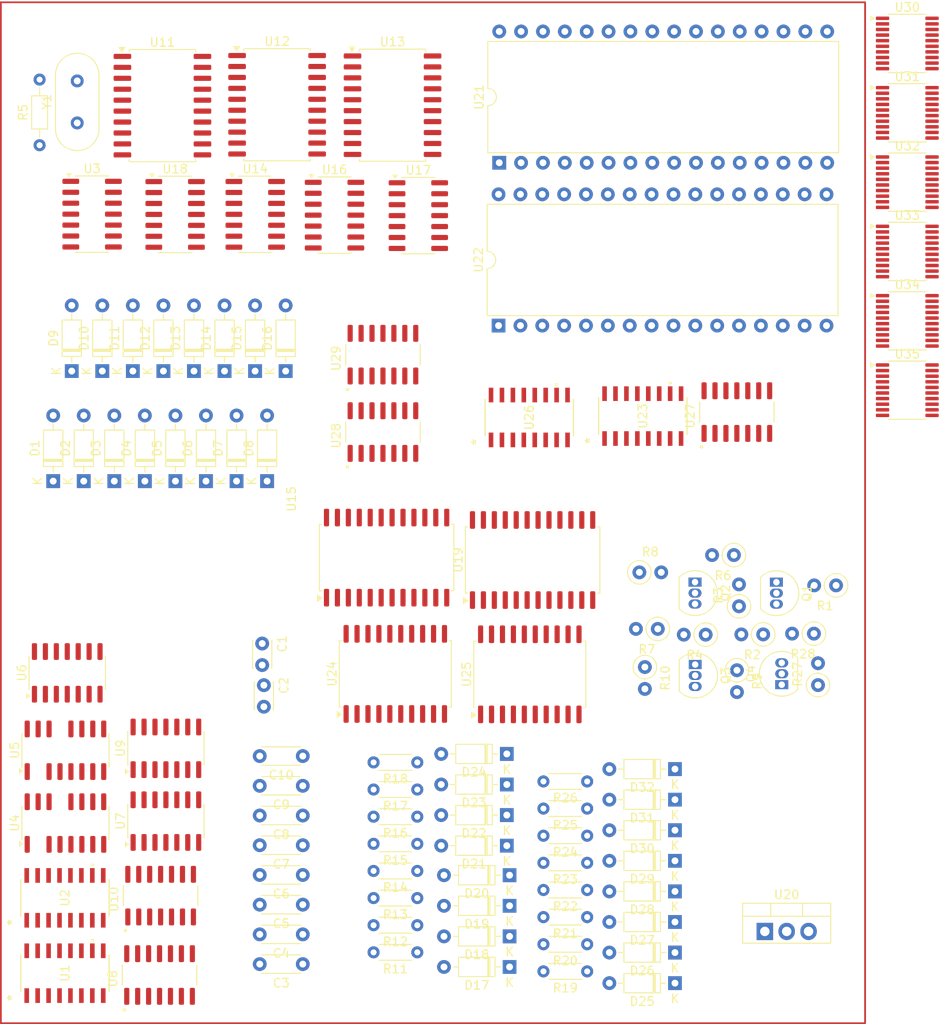
<source format=kicad_pcb>
(kicad_pcb (version 20240108) (generator "pcbnew") (generator_version "8.0")
  (layers (0 "F.Cu" signal) (31 "B.Cu" signal) (34 "B.Paste" user) (35 "F.Paste" user) (36 "B.SilkS" user "B.Silkscreen") (37 "F.SilkS" user "F.Silkscreen") (38 "B.Mask" user) (39 "F.Mask" user) (44 "Edge.Cuts" user))
  (net 0 "")
  (net 1 "GND")
  (net 2 "Net-(C1-Pad1)")
  (net 3 "Net-(C2-Pad1)")
  (net 4 "PIXEL_ENABLE")
  (net 5 "Net-(D1-A)")
  (net 6 "COMPOSITE_OUT")
  (net 7 "VCC")
  (net 8 "64V")
  (net 9 "256V")
  (net 10 "128V")
  (net 11 "16V")
  (net 13 "512V")
  (net 15 "32V")
  (net 16 "HBLANK")
  (net 17 "2V")
  (net 18 "_HBLANK")
  (net 19 "1V")
  (net 20 "8V")
  (net 21 "4V")
  (net 22 "128H")
  (net 23 "7.1mhz_CLK1")
  (net 24 "64H")
  (net 25 "4H")
  (net 26 "8H")
  (net 28 "1H")
  (net 29 "16H")
  (net 30 "256H")
  (net 31 "32H")
  (net 32 "512H")
  (net 33 "2H")
  (net 34 "Net-(R5-Pad1)")
  (net 36 "Net-(U7-Pad12)")
  (net 37 "Net-(U7-Pad3)")
  (net 38 "Net-(U7-Pad11)")
  (net 39 "Net-(U10A-D)")
  (net 40 "_HSYNC")
  (net 41 "Net-(U5-Pad3)")
  (net 42 "_HRESET")
  (net 43 "_VSYNC")
  (net 44 "Net-(U10B-D)")
  (net 45 "VRESET")
  (net 46 "HRESET")
  (net 47 "Net-(U6-Pad3)")
  (net 48 "VBLANK")
  (net 57 "_VRESET")
  (net 58 "_VBLANK")
  (net 59 "Net-(U8A-C)")
  (net 62 "Net-(U4-Pad3)")
  (net 63 "Net-(U4-Pad2)")
  (net 64 "Net-(U5-Pad10)")
  (net 71 "Net-(U8A-D)")
  (net 81 "colorburst_delayline")
  (net 82 "Net-(D2-A)")
  (net 83 "Net-(D3-A)")
  (net 84 "Net-(D4-A)")
  (net 85 "Net-(D5-A)")
  (net 86 "Net-(D6-A)")
  (net 87 "Net-(D7-A)")
  (net 88 "Net-(D8-A)")
  (net 89 "Net-(D9-A)")
  (net 90 "Net-(D10-A)")
  (net 91 "Net-(D11-A)")
  (net 92 "Net-(D12-A)")
  (net 93 "Net-(D13-A)")
  (net 94 "Net-(D14-A)")
  (net 95 "Net-(D15-A)")
  (net 96 "Net-(D16-A)")
  (net 97 "Net-(Q1-D)")
  (net 98 "video_amplifier_input")
  (net 99 "Net-(Q2-E)")
  (net 100 "Net-(Q2-B)")
  (net 101 "Net-(Q3-D)")
  (net 102 "output_clamp")
  (net 103 "Net-(U11-A6)")
  (net 104 "Net-(U11-A4)")
  (net 105 "Net-(U11-A1)")
  (net 106 "Net-(U11-Y7)")
  (net 107 "Net-(U11-A2)")
  (net 108 "Net-(U11-G1)")
  (net 109 "Net-(U11-A3)")
  (net 110 "Net-(U11-A7)")
  (net 111 "Net-(U11-A5)")
  (net 112 "Net-(U12-G1)")
  (net 113 "Net-(U12-A6)")
  (net 114 "Net-(U12-A0)")
  (net 115 "Net-(U12-A4)")
  (net 116 "Net-(U12-A3)")
  (net 117 "Net-(U12-A2)")
  (net 118 "Net-(U12-A5)")
  (net 119 "Net-(U12-A1)")
  (net 120 "Net-(U12-Y0)")
  (net 121 "Net-(U13-A4)")
  (net 122 "Net-(U13-G1)")
  (net 123 "Net-(U13-A6)")
  (net 125 "Net-(U13-A1)")
  (net 126 "Net-(U13-A3)")
  (net 127 "Net-(U13-A2)")
  (net 128 "Net-(U13-A7)")
  (net 129 "Net-(U13-A5)")
  (net 130 "delayline4")
  (net 131 "colorselect4")
  (net 132 "colorselect1")
  (net 133 "colorselect3")
  (net 134 "delayline2")
  (net 136 "colorselect2")
  (net 138 "delayline3")
  (net 141 "colorselect10")
  (net 142 "colorselect11")
  (net 143 "colorselect15")
  (net 144 "colorselect16")
  (net 145 "colorselect8")
  (net 146 "colorselect5")
  (net 149 "colorselect12")
  (net 153 "colorselect6")
  (net 154 "colorselect14")
  (net 155 "colorselect7")
  (net 156 "colorselect9")
  (net 158 "colorselect13")
  (net 159 "delayline7")
  (net 160 "delayline6")
  (net 162 "delayline8")
  (net 164 "delayline5")
  (net 166 "delayline9")
  (net 167 "delayline11")
  (net 168 "delayline10")
  (net 169 "delayline12")
  (net 173 "delayline13")
  (net 174 "delayline15")
  (net 175 "delayline14")
  (net 176 "luminosity_select7")
  (net 177 "luminosity_select5")
  (net 178 "luminosity_select10")
  (net 179 "luminosity_select3")
  (net 180 "luminosity_select12")
  (net 183 "luminosity_select11")
  (net 184 "luminosity_select6")
  (net 185 "luminosity_select8")
  (net 186 "luminosity_select13")
  (net 188 "luminosity_select15")
  (net 189 "luminosity_select9")
  (net 190 "luminosity_select2")
  (net 191 "luminosity_select16")
  (net 193 "luminosity_select14")
  (net 194 "luminosity_select4")
  (net 197 "luminosity_select1")
  (net 201 "Net-(D17-A)")
  (net 204 "Net-(D18-A)")
  (net 205 "Net-(D19-A)")
  (net 209 "Net-(D20-A)")
  (net 212 "Net-(U24-~Y0)")
  (net 214 "Net-(U24-~Y1)")
  (net 215 "Net-(U24-~Y2)")
  (net 216 "Net-(U24-~Y3)")
  (net 218 "Net-(U24-~Y7)")
  (net 219 "Net-(U24-~Y4)")
  (net 222 "Net-(U24-~Y5)")
  (net 223 "Net-(U24-~Y6)")
  (net 224 "Net-(U25-~Y0)")
  (net 225 "Net-(U25-~Y4)")
  (net 226 "Net-(U25-~Y1)")
  (net 227 "Net-(U25-~Y5)")
  (net 228 "Net-(U25-~Y2)")
  (net 229 "Net-(U25-~Y6)")
  (net 230 "Net-(U25-~Y3)")
  (net 231 "Net-(U25-~Y7)")
  (net 232 "bias_input")
  (net 234 "Net-(D21-A)")
  (net 235 "Net-(D22-A)")
  (net 238 "Net-(D23-A)")
  (net 239 "Net-(D24-A)")
  (net 242 "Net-(D25-A)")
  (net 243 "Net-(D26-A)")
  (net 245 "Net-(D27-A)")
  (net 247 "Net-(D28-A)")
  (net 250 "Net-(D29-A)")
  (net 252 "Net-(D30-A)")
  (net 254 "Net-(D31-A)")
  (net 255 "Net-(D32-A)")
  (net 257 "Net-(Q4-D)")
  (net 258 "Net-(R2-Pad2)")
  (net 316 "m_addr13")
  (net 317 "m_addr14")
  (net 319 "m_addr11")
  (net 320 "m_addr12")
  (net 323 "m_addr15")
  (net 324 "m_addr16")
  (net 325 "m_addr1")
  (net 330 "m_addr10")
  (net 331 "m_addr5")
  (net 332 "m_addr0")
  (net 333 "m_addr6")
  (net 334 "m_addr7")
  (net 335 "m_addr2")
  (net 336 "m_addr9")
  (net 337 "m_addr8")
  (net 338 "m_addr3")
  (net 339 "m_addr4")
  (net 340 "Net-(U28A-D)")
  (net 341 "Net-(U28A-Q)")
  (net 342 "_fieldcounter")
  (net 343 "Net-(U27A-D)")
  (net 344 "ramclock")
  (net 345 "fieldcounter")
  (net 346 "m_data6")
  (net 347 "m_data7")
  (net 348 "m_data0")
  (net 349 "m_data1")
  (net 350 "m_data5")
  (net 351 "m_data3")
  (net 352 "m_data4")
  (net 353 "m_data2")
  (footprint "Package_SO:SSOP-20_4.4x6.5mm_P0.65mm" (layer "F.Cu") (at 267.445 32.98)
    (property "Reference" "U30")
    (property "Value" "74HC244")
  )
  (footprint "Package_DIP:DIP-32_W15.24mm" (layer "F.Cu") (at 220.04 46.825 90)
    (property "Reference" "U21")
    (property "Value" "HM628128ALFP-5")
  )
  (footprint "Package_SO:SSOP-20_4.4x6.5mm_P0.65mm" (layer "F.Cu") (at 267.445 65.18)
    (property "Reference" "U34")
    (property "Value" "74HC244")
  )
  (footprint "Package_SO:SOIC-24W_7.5x15.4mm_P1.27mm" (layer "F.Cu") (at 206.955 92.665 90)
    (property "Reference" "U15")
    (property "Value" "74154")
  )
  (footprint "Resistor_THT:R_Axial_DIN0207_L6.3mm_D2.5mm_P2.54mm_Vertical" (layer "F.Cu") (at 238.459997 100.940005 180)
    (property "Reference" "R7")
    (property "Value" "140R")
  )
  (footprint "Resistor_THT:R_Axial_DIN0204_L3.6mm_D1.6mm_P7.62mm_Horizontal" (layer "F.Cu") (at 166.64 44.79 90)
    (property "Reference" "R5")
    (property "Value" "680")
  )
  (footprint "Package_SO:SOIC-14_3.9x8.7mm_P1.27mm" (layer "F.Cu") (at 200.905 52.9075)
    (property "Reference" "U16")
    (property "Value" "74HC02")
  )
  (footprint "Diode_THT:D_DO-35_SOD27_P7.62mm_Horizontal" (layer "F.Cu") (at 193.07 83.785001 90)
    (property "Reference" "D8")
    (property "Value" "1N4148")
  )
  (footprint "Package_TO_SOT_THT:TO-92_Inline" (layer "F.Cu") (at 252.859996 107.420005 90)
    (property "Reference" "Q4")
    (property "Value" "2N7000")
  )
  (footprint "Package_SO:SOIC-20W_7.5x12.8mm_P1.27mm" (layer "F.Cu") (at 207.964999 106.165 90)
    (property "Reference" "U24")
    (property "Value" "74HC540D_653")
  )
  (footprint "Package_SO:SOIC-14_3.9x8.7mm_P1.27mm" (layer "F.Cu") (at 182.385 52.8225)
    (property "Reference" "U18")
    (property "Value" "74HC02")
  )
  (footprint "Resistor_THT:R_Axial_DIN0204_L3.6mm_D1.6mm_P5.08mm_Horizontal" (layer "F.Cu") (at 210.52 135.34 180)
    (property "Reference" "R12")
    (property "Value" "R")
  )
  (footprint "Package_TO_SOT_THT:TO-220-3_Vertical" (layer "F.Cu") (at 250.895 136.06)
    (property "Reference" "U20")
    (property "Value" "LM7805_TO220")
  )
  (footprint "Resistor_THT:R_Axial_DIN0204_L3.6mm_D1.6mm_P5.08mm_Horizontal" (layer "F.Cu") (at 210.52 129.040001 180)
    (property "Reference" "R14")
    (property "Value" "R")
  )
  (footprint "Resistor_THT:R_Axial_DIN0204_L3.6mm_D1.6mm_P5.08mm_Horizontal" (layer "F.Cu") (at 230.254999 128.099999 180)
    (property "Reference" "R23")
    (property "Value" "R")
  )
  (footprint "Diode_THT:D_DO-35_SOD27_P7.62mm_Horizontal" (layer "F.Cu") (at 221.239999 129.535002 180)
    (property "Reference" "D20")
    (property "Value" "1N4148")
  )
  (footprint "Diode_THT:D_DO-35_SOD27_P7.62mm_Horizontal" (layer "F.Cu") (at 178.87 83.785 90)
    (property "Reference" "D4")
    (property "Value" "1N4148")
  )
  (footprint "Resistor_THT:R_Axial_DIN0204_L3.6mm_D1.6mm_P5.08mm_Horizontal" (layer "F.Cu") (at 210.520002 122.74 180)
    (property "Reference" "R16")
    (property "Value" "R")
  )
  (footprint "Diode_THT:D_DO-35_SOD27_P7.62mm_Horizontal" (layer "F.Cu") (at 240.455 127.865 180)
    (property "Reference" "D29")
    (property "Value" "1N4148")
  )
  (footprint "Capacitor_THT:C_Disc_D3.0mm_W2.0mm_P2.50mm" (layer "F.Cu") (at 192.5 102.64 -90)
    (property "Reference" "C1")
    (property "Value" "10pF")
  )
  (footprint "Package_SO:SOIC-14_3.9x8.7mm_P1.27mm" (layer "F.Cu") (at 210.64 52.9625)
    (property "Reference" "U17")
    (property "Value" "74HC02")
  )
  (footprint "Diode_THT:D_DO-35_SOD27_P7.62mm_Horizontal" (layer "F.Cu") (at 195.225001 71.01 90)
    (property "Reference" "D16")
    (property "Value" "1N4148")
  )
  (footprint "Diode_THT:D_DO-35_SOD27_P7.62mm_Horizontal" (layer "F.Cu") (at 240.455 142.065002 180)
    (property "Reference" "D25")
    (property "Value" "1N4148")
  )
  (footprint "Package_SO:SSOP-20_4.4x6.5mm_P0.65mm" (layer "F.Cu") (at 267.445 73.23)
    (property "Reference" "U35")
    (property "Value" "74HC244")
  )
  (footprint "Package_SO:SOIC-14-16_3.9x9.9mm_P1.27mm" (layer "F.Cu") (at 169.645 123.479998 90)
    (property "Reference" "U4")
    (property "Value" "74HC00")
  )
  (footprint "Package_SO:SOIC-14_3.9x8.7mm_P1.27mm" (layer "F.Cu") (at 169.852501 106.045 90)
    (property "Reference" "U6")
    (property "Value" "74HC00")
  )
  (footprint "Library:SOIC127P600X175-14N" (layer "F.Cu") (at 206.53 78.089999 90)
    (property "Reference" "U28")
    (property "Value" "74HC74")
  )
  (footprint "Package_SO:SOIC-20W_7.5x12.8mm_P1.27mm" (layer "F.Cu") (at 194.235 40.095)
    (property "Reference" "U12")
    (property "Value" "74AHC541")
  )
  (footprint "Package_SO:SSOP-20_4.4x6.5mm_P0.65mm" (layer "F.Cu") (at 267.445 41.03)
    (property "Reference" "U31")
    (property "Value" "74HC244")
  )
  (footprint "Library:SOIC127P600X175-14N" (layer "F.Cu") (at 247.646001 75.771098 90)
    (property "Reference" "U27")
    (property "Value" "74HC74")
  )
  (footprint "Diode_THT:D_DO-35_SOD27_P7.62mm_Horizontal" (layer "F.Cu") (at 220.919998 115.455001 180)
    (property "Reference" "D24")
    (property "Value" "1N4148")
  )
  (footprint "Diode_THT:D_DO-35_SOD27_P7.62mm_Horizontal" (layer "F.Cu") (at 173.925 71.01 90)
    (property "Reference" "D10")
    (property "Value" "1N4148")
  )
  (footprint "Resistor_THT:R_Axial_DIN0204_L3.6mm_D1.6mm_P5.08mm_Horizontal" (layer "F.Cu") (at 230.254999 137.550001 180)
    (property "Reference" "R20")
    (property "Value" "R")
  )
  (footprint "Capacitor_THT:C_Disc_D4.3mm_W1.9mm_P5.00mm" (layer "F.Cu") (at 197.215001 139.854998 180)
    (property "Reference" "C3")
    (property "Value" "C")
  )
  (footprint "Package_SO:SOIC-20W_7.5x12.8mm_P1.27mm" (layer "F.Cu") (at 180.91 40.195)
    (property "Reference" "U11")
    (property "Value" "74AHC541")
  )
  (footprint "Diode_THT:D_DO-35_SOD27_P7.62mm_Horizontal" (layer "F.Cu") (at 221.239997 133.085003 180)
    (property "Reference" "D19")
    (property "Value" "1N4148")
  )
  (footprint "Package_SO:SOIC-20W_7.5x12.8mm_P1.27mm" (layer "F.Cu") (at 207.645 40.145)
    (property "Reference" "U13")
    (property "Value" "74AHC541")
  )
  (footprint "Resistor_THT:R_Axial_DIN0207_L6.3mm_D2.5mm_P2.54mm_Vertical" (layer "F.Cu") (at 244.019996 101.610004 180)
    (property "Reference" "R4")
    (property "Value" "400R")
  )
  (footprint "Diode_THT:D_DO-35_SOD27_P7.62mm_Horizontal" (layer "F.Cu") (at 220.919998 119.005003 180)
    (property "Reference" "D23")
    (property "Value" "1N4148")
  )
  (footprint "Diode_THT:D_DO-35_SOD27_P7.62mm_Horizontal" (layer "F.Cu") (at 240.455 138.515 180)
    (property "Reference" "D26")
    (property "Value" "1N4148")
  )
  (footprint "Package_SO:SOIC-14_3.9x8.7mm_P1.27mm" (layer "F.Cu") (at 191.69 52.8125)
    (property "Reference" "U14")
    (property "Value" "74HC02")
  )
  (footprint "Capacitor_THT:C_Disc_D4.3mm_W1.9mm_P5.00mm" (layer "F.Cu") (at 197.215001 136.405002 180)
    (property "Reference" "C4")
    (property "Value" "C")
  )
  (footprint "Capacitor_THT:C_Disc_D4.3mm_W1.9mm_P5.00mm" (layer "F.Cu") (at 197.215 119.154999 180)
    (property "Reference" "C9")
    (property "Value" "C")
  )
  (footprint "Diode_THT:D_DO-35_SOD27_P7.62mm_Horizontal" (layer "F.Cu") (at 240.454999 117.215 180)
    (property "Reference" "D32")
    (property "Value" "1N4148")
  )
  (footprint "Diode_THT:D_DO-35_SOD27_P7.62mm_Horizontal" (layer "F.Cu") (at 175.32 83.785002 90)
    (property "Reference" "D3")
    (property "Value" "1N4148")
  )
  (footprint "Package_TO_SOT_THT:TO-92_Inline" (layer "F.Cu") (at 242.804997 105.080005 -90)
    (property "Reference" "Q3")
    (property "Value" "2N7000")
  )
  (footprint "Diode_THT:D_DO-35_SOD27_P7.62mm_Horizontal" (layer "F.Cu") (at 240.454999 120.765001 180)
    (property "Reference" "D31")
    (property "Value" "1N4148")
  )
  (footprint "Resistor_THT:R_Axial_DIN0204_L3.6mm_D1.6mm_P5.08mm_Horizontal" (layer "F.Cu") (at 210.520002 138.490001 180)
    (property "Reference" "R11")
    (property "Value" "R")
  )
  (footprint "Package_SO:SOIC-14-16_3.9x9.9mm_P1.27mm" (layer "F.Cu") (at 169.645 115.029999 90)
    (property "Reference" "U5")
    (property "Value" "74HC00")
  )
  (footprint "Resistor_THT:R_Axial_DIN0207_L6.3mm_D2.5mm_P2.54mm_Vertical" (layer "F.Cu") (at 250.704997 101.580004 180)
    (property "Reference" "R2")
    (property "Value" "30R")
  )
  (footprint "Diode_THT:D_DO-35_SOD27_P7.62mm_Horizontal" (layer "F.Cu") (at 168.219999 83.785001 90)
    (property "Reference" "D1")
    (property "Value" "1N4148")
  )
  (footprint "Resistor_THT:R_Axial_DIN0204_L3.6mm_D1.6mm_P5.08mm_Horizontal" (layer "F.Cu") (at 230.255 140.700001 180)
    (property "Reference" "R19")
    (property "Value" "R")
  )
  (footprint "Resistor_THT:R_Axial_DIN0207_L6.3mm_D2.5mm_P2.54mm_Vertical" (layer "F.Cu") (at 236.319996 94.375004)
    (property "Reference" "R8")
    (property "Value" "75R")
  )
  (footprint "Resistor_THT:R_Axial_DIN0207_L6.3mm_D2.5mm_P2.54mm_Vertical" (layer "F.Cu") (at 247.654996 105.740005 -90)
    (property "Reference" "R9")
    (property "Value" "800R")
  )
  (footprint "Diode_THT:D_DO-35_SOD27_P7.62mm_Horizontal" (layer "F.Cu") (at 171.77 83.785001 90)
    (property "Reference" "D2")
    (property "Value" "1N4148")
  )
  (footprint "Diode_THT:D_DO-35_SOD27_P7.62mm_Horizontal" (layer "F.Cu") (at 221.239999 136.635003 180)
    (property "Reference" "D18")
    (property "Value" "1N4148")
  )
  (footprint "Resistor_THT:R_Axial_DIN0207_L6.3mm_D2.5mm_P2.54mm_Vertical" (layer "F.Cu") (at 247.304997 92.370005 180)
    (property "Reference" "R6")
    (property "Value" "70R")
  )
  (footprint "Diode_THT:D_DO-35_SOD27_P7.62mm_Horizontal" (layer "F.Cu") (at 220.919998 122.555001 180)
    (property "Reference" "D22")
    (property "Value" "1N4148")
  )
  (footprint "Capacitor_THT:C_Disc_D4.3mm_W1.9mm_P5.00mm" (layer "F.Cu") (at 197.215002 129.505 180)
    (property "Reference" "C6")
    (property "Value" "C")
  )
  (footprint "Diode_THT:D_DO-35_SOD27_P7.62mm_Horizontal" (layer "F.Cu") (at 188.125001 71.010001 90)
    (property "Reference" "D14")
    (property "Value" "1N4148")
  )
  (footprint "Package_TO_SOT_THT:TO-92_Inline" (layer "F.Cu") (at 242.785 95.51 -90)
    (property "Reference" "Q2")
    (property "Value" "BC212")
  )
  (footprint "Diode_THT:D_DO-35_SOD27_P7.62mm_Horizontal" (layer "F.Cu") (at 240.454999 131.415001 180)
    (property "Reference" "D28")
    (property "Value" "1N4148")
  )
  (footprint "Capacitor_THT:C_Disc_D4.3mm_W1.9mm_P5.00mm" (layer "F.Cu") (at 197.215 115.705 180)
    (property "Reference" "C10")
    (property "Value" "C")
  )
  (footprint "Resistor_THT:R_Axial_DIN0204_L3.6mm_D1.6mm_P5.08mm_Horizontal" (layer "F.Cu") (at 230.255001 134.4 180)
    (property "Reference" "R21")
    (property "Value" "R")
  )
  (footprint "Resistor_THT:R_Axial_DIN0207_L6.3mm_D2.5mm_P2.54mm_Vertical" (layer "F.Cu") (at 236.959997 105.370004 -90)
    (property "Reference" "R10")
    (property "Value" "15R")
  )
  (footprint "footprints:SOT109-1_NXP" (layer "F.Cu") (at 169.589001 140.910399 90)
    (property "Reference" "U1")
    (property "Value" "74HC4040D")
  )
  (footprint "Package_SO:SOIC-20W_7.5x12.8mm_P1.27mm" (layer "F.Cu") (at 223.589998 106.215002 90)
    (property "Reference" "U25")
    (property "Value" "74HC540D_653")
  )
  (footprint "Resistor_THT:R_Axial_DIN0204_L3.6mm_D1.6mm_P5.08mm_Horizontal" (layer "F.Cu") (at 210.52 132.19 180)
    (property "Reference" "R13")
    (property "Value" "R")
  )
  (footprint "Diode_THT:D_DO-35_SOD27_P7.62mm_Horizontal" (layer "F.Cu") (at 220.919999 126.105003 180)
    (property "Reference" "D21")
    (property "Value" "1N4148")
  )
  (footprint "Package_SO:SOIC-24W_7.5x15.4mm_P1.27mm" (layer "F.Cu") (at 223.914999 92.945 90)
    (property "Reference" "U19")
    (property "Value" "74154")
  )
  (footprint "Resistor_THT:R_Axial_DIN0204_L3.6mm_D1.6mm_P5.08mm_Horizontal" (layer "F.Cu") (at 230.254999 121.800001 180)
    (property "Reference" "R25")
    (property "Value" "R")
  )
  (footprint "Resistor_THT:R_Axial_DIN0204_L3.6mm_D1.6mm_P5.08mm_Horizontal" (layer "F.Cu") (at 230.254999 118.650001 180)
    (property "Reference" "R26")
    (property "Value" "R")
  )
  (footprint "Resistor_THT:R_Axial_DIN0207_L6.3mm_D2.5mm_P2.54mm_Vertical" (layer "F.Cu") (at 257.074997 107.465005 90)
    (property "Reference" "R27")
    (property "Value" "600R")
  )
  (footprint "Resistor_THT:R_Axial_DIN0204_L3.6mm_D1.6mm_P5.08mm_Horizontal" (layer "F.Cu") (at 210.52 116.44 180)
    (property "Reference" "R18")
    (property "Value" "R")
  )
  (footprint "Diode_THT:D_DO-35_SOD27_P7.62mm_Horizontal" (layer "F.Cu") (at 240.454999 134.965 180)
    (property "Reference" "D27")
    (property "Value" "1N4148")
  )
  (footprint "Resistor_THT:R_Axial_DIN0204_L3.6mm_D1.6mm_P5.08mm_Horizontal" (layer "F.Cu") (at 230.254999 131.25 180)
    (property "Reference" "R22")
    (property "Value" "R")
  )
  (footprint "Diode_THT:D_DO-35_SOD27_P7.62mm_Horizontal" (layer "F.Cu") (at 185.970001 83.785002 90)
    (property "Reference" "D6")
    (property "Value" "1N4148")
  )
  (footprint "Resistor_THT:R_Axial_DIN0207_L6.3mm_D2.5mm_P2.54mm_Vertical" (layer "F.Cu") (at 259.169997 95.890004 180)
    (property "Reference" "R1")
    (property "Value" "600R")
  )
  (footprint "Resistor_THT:R_Axial_DIN0204_L3.6mm_D1.6mm_P5.08mm_Horizontal" (layer "F.Cu") (at 230.254999 124.950001 180)
    (property "Reference" "R24")
    (property "Value" "R")
  )
  (footprint "Library:SOIC127P600X175-14N" (layer "F.Cu") (at 180.7 131.905 90)
    (property "Reference" "U10")
    (property "Value" "74HC74")
  )
  (footprint "Diode_THT:D_DO-35_SOD27_P7.62mm_Horizontal" (layer "F.Cu") (at 240.454999 124.314999 180)
    (property "Reference" "D30")
    (property "Value" "1N4148")
  )
  (footprint "Library:SOIC127P600X175-14N" (layer "F.Cu") (at 180.575 141.12 90)
    (property "Reference" "U8")
    (property "Value" "74HC74")
  )
  (footprint "Capacitor_THT:C_Disc_D4.3mm_W1.9mm_P5.00mm" (layer "F.Cu") (at 197.215002 126.055 180)
    (property "Reference" "C7")
    (property "Value" "C")
  )
  (footprint "footprints:SOT109-1_NXP" (layer "F.Cu") (at 223.530001 76.397499 90)
    (property "Reference" "U26")
    (property "Value" "74HC4040D")
  )
  (footprint "Diode_THT:D_DO-35_SOD27_P7.62mm_Horizontal" (layer "F.Cu") (at 184.575002 71.010001 90)
    (property "Reference" "D13")
    (property "Value" "1N4148")
  )
  (footprint "Diode_THT:D_DO-35_SOD27_P7.62mm_Horizontal" (layer "F.Cu") (at 170.375002 71.01 90)
    (property "Reference" "D9")
    (property "Value" "1N4148")
  )
  (footprint "Diode_THT:D_DO-35_SOD27_P7.62mm_Horizontal" (layer "F.Cu") (at 181.025001 71.01 90)
    (property "Reference" "D12")
    (property "Value" "1N4148")
  )
  (footprint "Package_SO:SSOP-20_4.4x6.5mm_P0.65mm" (layer "F.Cu") (at 267.445 57.13)
    (property "Reference" "U33")
    (property "Value" "74HC244")
  )
  (footprint "Capacitor_THT:C_Disc_D4.3mm_W1.9mm_P5.00mm" (layer "F.Cu") (at 197.214999 132.955 180)
    (property "Reference" "C5")
    (property "Value" "C")
  )
  (footprint "Package_SO:SOIC-14_3.9x8.7mm_P1.27mm" (layer "F.Cu") (at 172.74 52.7925)
    (property "Reference" "U3")
    (property "Value" "74HC7014")
  )
  (footprint "Diode_THT:D_DO-35_SOD27_P7.62mm_Horizontal" (layer "F.Cu") (at 221.239998 140.185001 180)
    (property "Reference" "D17")
    (property "Value" "1N4148")
  )
  (footprint "Package_SO:SOIC-14_3.9x8.7mm_P1.27mm" (layer "F.Cu") (at 181.315 114.805 90)
    (property "Reference" "U9")
    (property "Value" "4001")
  )
  (footprint "Diode_THT:D_DO-35_SOD27_P7.62mm_Horizontal" (layer "F.Cu") (at 182.42 83.785 90)
    (property "Reference" "D5")
    (property "Value" "1N4148")
  )
  (footprint "Resistor_THT:R_Axial_DIN0204_L3.6mm_D1.6mm_P5.08mm_Horizontal" (layer "F.Cu") (at 210.519999 125.889998 180)
    (property "Reference" "R15")
    (property "Value" "R")
  )
  (footprint "Crystal:Crystal_HC49-U_Vertical" (layer "F.Cu") (at 171.01 42.205 90)
    (property "Reference" "Y1")
    (property "Value" "Crystal")
  )
  (footprint "Package_SO:SSOP-20_4.4x6.5mm_P0.65mm" (layer "F.Cu") (at 267.445 49.08)
    (property "Reference" "U32")
    (property "Value" "74HC244")
  )
  (footprint "Package_DIP:DIP-32_W15.24mm" (layer "F.Cu") (at 219.96 65.73 90)
    (property "Reference" "U22")
    (property "Value" "HM628128ALFP-5")
  )
  (footprint "Diode_THT:D_DO-35_SOD27_P7.62mm_Horizontal" (layer "F.Cu") (at 189.52 83.785001 90)
    (property "Reference" "D7")
    (property "Value" "1N4148")
  )
  (footprint "Diode_THT:D_DO-35_SOD27_P7.62mm_Horizontal" (layer "F.Cu") (at 177.475001 71.009999 90)
    (property "Reference" "D11")
    (property "Value" "1N4148")
  )
  (footprint "Diode_THT:D_DO-35_SOD27_P7.62mm_Horizontal" (layer "F.Cu") (at 191.675001 71.009999 90)
    (property "Reference" "D15")
    (property "Value" "1N4148")
  )
  (footprint "footprints:SOT109-1_NXP" (layer "F.Cu") (at 169.589 132.163398 90)
    (property "Reference" "U2")
    (property "Value" "74HC4040D")
  )
  (footprint "Package_SO:SOIC-14_3.9x8.7mm_P1.27mm" (layer "F.Cu") (at 181.315 123.255 90)
    (property "Reference" "U7")
    (property "Value" "4081")
  )
  (footprint "Resistor_THT:R_Axial_DIN0204_L3.6mm_D1.6mm_P5.08mm_Horizontal" (layer "F.Cu") (at 210.52 119.590001 180)
    (property "Reference" "R17")
    (property "Value" "R")
  )
  (footprint "Resistor_THT:R_Axial_DIN0207_L6.3mm_D2.5mm_P2.54mm_Vertical" (layer "F.Cu") (at 247.894998 98.315004 90)
    (property "Reference" "R3")
    (property "Value" "40R")
  )
  (footprint "Capacitor_THT:C_Disc_D4.3mm_W1.9mm_P5.00mm" (layer "F.Cu") (at 197.215001 122.604998 180)
    (property "Reference" "C8")
    (property "Value" "C")
  )
  (footprint "Resistor_THT:R_Axial_DIN0207_L6.3mm_D2.5mm_P2.54mm_Vertical" (layer "F.Cu") (at 256.599995 101.490005 180)
    (property "Reference" "R28")
    (property "Value" "35R")
  )
  (footprint "Package_TO_SOT_THT:TO-92_Inline" (layer "F.Cu") (at 252.239997 95.520001 -90)
    (property "Reference" "Q1")
    (property "Value" "2N7000")
  )
  (footprint "Library:SOIC127P600X175-14N" (layer "F.Cu") (at 206.53 69.105 90)
    (property "Reference" "U29")
    (property "Value" "74HC74")
  )
  (footprint "footprints:SOT109-1_NXP" (layer "F.Cu") (at 236.72 76.236499 90)
    (property "Reference" "U23")
    (property "Value" "74HC4040D")
  )
  (footprint "Capacitor_THT:C_Disc_D3.0mm_W2.0mm_P2.50mm" (layer "F.Cu") (at 192.694999 107.475 -90)
    (property "Reference" "C2")
    (property "Value" "10pF")
  )
  (gr_rect (start 162.14 28.2) (end 262.545 146.72) (stroke (width 0.2)) (fill none) (layer "F.Cu") (net 201))
)
</source>
